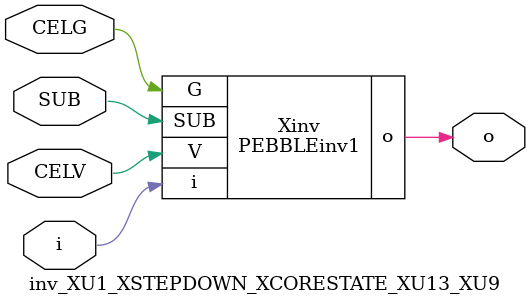
<source format=v>



module PEBBLEinv1 ( o, G, SUB, V, i );

  input V;
  input i;
  input G;
  output o;
  input SUB;
endmodule

//Celera Confidential Do Not Copy inv_XU1_XSTEPDOWN_XCORESTATE_XU13_XU9
//Celera Confidential Symbol Generator
//5V Inverter
module inv_XU1_XSTEPDOWN_XCORESTATE_XU13_XU9 (CELV,CELG,i,o,SUB);
input CELV;
input CELG;
input i;
input SUB;
output o;

//Celera Confidential Do Not Copy inv
PEBBLEinv1 Xinv(
.V (CELV),
.i (i),
.o (o),
.SUB (SUB),
.G (CELG)
);
//,diesize,PEBBLEinv1

//Celera Confidential Do Not Copy Module End
//Celera Schematic Generator
endmodule

</source>
